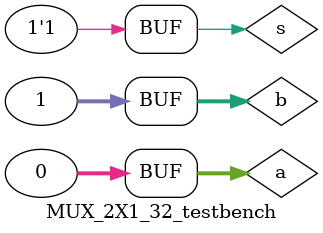
<source format=v>
`define DELAY 20
module MUX_2X1_32_testbench(); 

	wire [31:0] out;
	reg [31:0] a;
	reg [31:0] b;
	reg s;
	
	
	MUX_2X1_32 mux2x132tb(out, a, b, s);

	initial begin
	a = 32'b0;
	b = 32'b1;
	s = 1'b0;
	#`DELAY;
	a = 32'b0;
	b = 32'b1;
	s = 1'b1;
	#`DELAY;
	end
	 
	 
	initial
	begin
	$monitor("a =%32b, b=%32b  s=%1b out=%32b ", a, b, s, out);
	end
 
endmodule
</source>
